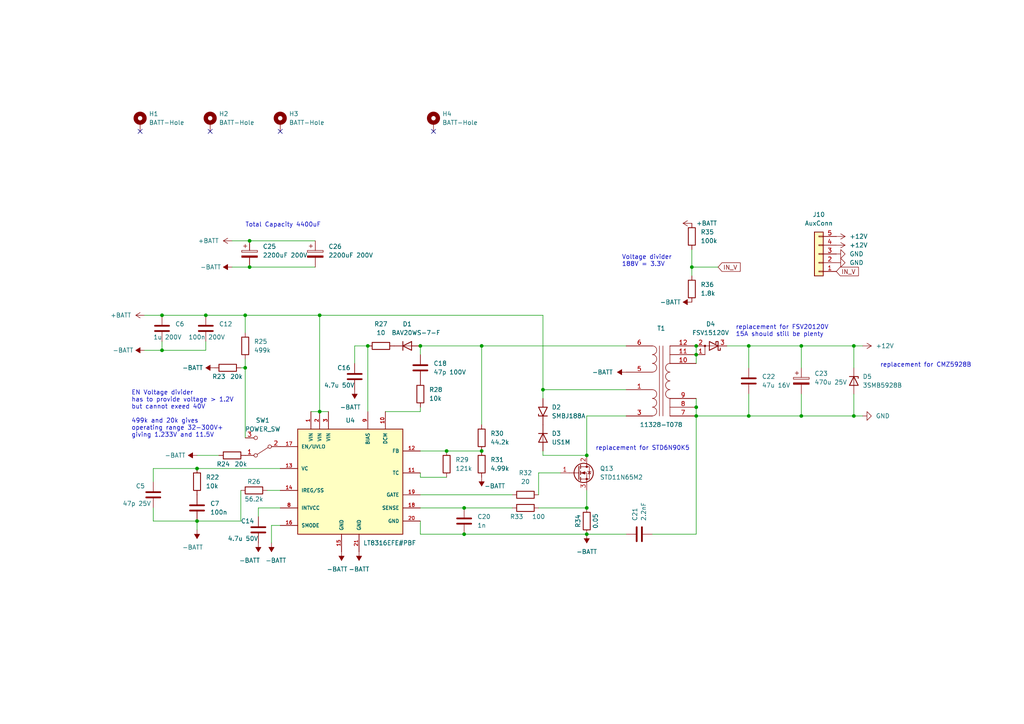
<source format=kicad_sch>
(kicad_sch (version 20230121) (generator eeschema)
  (paper "A4")
  (lib_symbols
    (symbol "Connector_Generic:Conn_01x05" (pin_names (offset 1.016) hide)
      (property "Reference" "J" (at 0 7.62 0))
      (property "Value" "Conn_01x05" (at 0 -7.62 0))
      (symbol "Conn_01x05_1_1"
        (rectangle (start -1.27 -4.953) (end 0 -5.207) (stroke (width 0.1524)))
        (rectangle (start -1.27 -2.413) (end 0 -2.667) (stroke (width 0.1524)))
        (rectangle (start -1.27 0.127) (end 0 -0.127) (stroke (width 0.1524)))
        (rectangle (start -1.27 2.667) (end 0 2.413) (stroke (width 0.1524)))
        (rectangle (start -1.27 5.207) (end 0 4.953) (stroke (width 0.1524)))
        (rectangle (start -1.27 6.35) (end 1.27 -6.35) (stroke (width 0.254)) (fill (type background)))
        (pin passive line (at -5.08 5.08 0) (length 3.81) (name "Pin_1") (number "1"))
        (pin passive line (at -5.08 2.54 0) (length 3.81) (name "Pin_2") (number "2"))
        (pin passive line (at -5.08 0 0) (length 3.81) (name "Pin_3") (number "3"))
        (pin passive line (at -5.08 -2.54 0) (length 3.81) (name "Pin_4") (number "4"))
        (pin passive line (at -5.08 -5.08 0) (length 3.81) (name "Pin_5") (number "5"))
      )
    )
    (symbol "Device:C" (pin_numbers hide) (pin_names (offset 0.254))
      (property "Reference" "C" (at 0.635 2.54 0))
      (property "Value" "C" (at 0.635 -2.54 0))
      (symbol "C_0_1"
        (polyline (pts (xy -2.032 -0.762) (xy 2.032 -0.762)) (stroke (width 0.508)))
        (polyline (pts (xy -2.032 0.762) (xy 2.032 0.762)) (stroke (width 0.508)))
      )
      (symbol "C_1_1"
        (pin passive line (at 0 3.81 270) (length 2.794) (name "~") (number "1"))
        (pin passive line (at 0 -3.81 90) (length 2.794) (name "~") (number "2"))
      )
    )
    (symbol "Device:C_Polarized" (pin_numbers hide) (pin_names (offset 0.254))
      (property "Reference" "C" (at 0.635 2.54 0))
      (property "Value" "C_Polarized" (at 0.635 -2.54 0))
      (symbol "C_Polarized_0_1"
        (rectangle (start -2.286 0.508) (end 2.286 1.016))
        (polyline (pts (xy -1.778 2.286) (xy -0.762 2.286)))
        (polyline (pts (xy -1.27 2.794) (xy -1.27 1.778)))
        (rectangle (start 2.286 -0.508) (end -2.286 -1.016) (fill (type outline)))
      )
      (symbol "C_Polarized_1_1"
        (pin passive line (at 0 3.81 270) (length 2.794) (name "~") (number "1"))
        (pin passive line (at 0 -3.81 90) (length 2.794) (name "~") (number "2"))
      )
    )
    (symbol "Device:D_Schottky_AAK" (pin_names (offset 0) hide)
      (property "Reference" "D" (at 0 2.54 0))
      (property "Value" "D_Schottky_AAK" (at 0 -2.54 0))
      (symbol "D_Schottky_AAK_0_1"
        (polyline (pts (xy 1.27 1.27) (xy 1.27 -1.27) (xy -1.27 0) (xy 1.27 1.27)) (stroke (width 0.254)))
        (polyline (pts (xy 3.81 2.54) (xy 2.54 2.54) (xy 2.54 0) (xy -1.27 0)))
        (polyline (pts (xy -1.905 0.635) (xy -1.905 1.27) (xy -1.27 1.27) (xy -1.27 -1.27) (xy -0.635 -1.27) (xy -0.635 -0.635)) (stroke (width 0.254)))
        (circle (center 2.54 0) (radius 0.254) (fill (type outline)))
      )
      (symbol "D_Schottky_AAK_1_1"
        (pin passive line (at 5.08 2.54 180) (length 2.54) (name "A") (number "1"))
        (pin passive line (at 5.08 0 180) (length 2.54) (name "A") (number "2"))
        (pin passive line (at -3.81 0 0) (length 2.54) (name "K") (number "3"))
      )
    )
    (symbol "Device:D_Zener" (pin_numbers hide) (pin_names (offset 1.016) hide)
      (property "Reference" "D" (at 0 2.54 0))
      (property "Value" "D_Zener" (at 0 -2.54 0))
      (symbol "D_Zener_0_1"
        (polyline (pts (xy 1.27 0) (xy -1.27 0)))
        (polyline (pts (xy -1.27 -1.27) (xy -1.27 1.27) (xy -0.762 1.27)) (stroke (width 0.254)))
        (polyline (pts (xy 1.27 -1.27) (xy 1.27 1.27) (xy -1.27 0) (xy 1.27 -1.27)) (stroke (width 0.254)))
      )
      (symbol "D_Zener_1_1"
        (pin passive line (at -3.81 0 0) (length 2.54) (name "K") (number "1"))
        (pin passive line (at 3.81 0 180) (length 2.54) (name "A") (number "2"))
      )
    )
    (symbol "Device:R" (pin_numbers hide) (pin_names (offset 0))
      (property "Reference" "R" (at 2.032 0 90))
      (property "Value" "R" (at 0 0 90))
      (symbol "R_0_1"
        (rectangle (start -1.016 -2.54) (end 1.016 2.54) (stroke (width 0.254)))
      )
      (symbol "R_1_1"
        (pin passive line (at 0 3.81 270) (length 1.27) (name "~") (number "1"))
        (pin passive line (at 0 -3.81 90) (length 1.27) (name "~") (number "2"))
      )
    )
    (symbol "Diode:BAV20" (pin_numbers hide) (pin_names hide)
      (property "Reference" "D" (at 0 2.54 0))
      (property "Value" "BAV20" (at 0 -2.54 0))
      (symbol "BAV20_0_1"
        (polyline (pts (xy -1.27 1.27) (xy -1.27 -1.27)) (stroke (width 0.254)))
        (polyline (pts (xy 1.27 0) (xy -1.27 0)))
        (polyline (pts (xy 1.27 1.27) (xy 1.27 -1.27) (xy -1.27 0) (xy 1.27 1.27)) (stroke (width 0.254)))
      )
      (symbol "BAV20_1_1"
        (pin passive line (at -3.81 0 0) (length 2.54) (name "K") (number "1"))
        (pin passive line (at 3.81 0 180) (length 2.54) (name "A") (number "2"))
      )
    )
    (symbol "Diode:SM6T6V8A" (pin_numbers hide) (pin_names (offset 1.016) hide)
      (property "Reference" "D" (at 0 2.54 0))
      (property "Value" "SM6T6V8A" (at 0 -2.54 0))
      (symbol "SM6T6V8A_0_1"
        (polyline (pts (xy -0.762 1.27) (xy -1.27 1.27) (xy -1.27 -1.27)) (stroke (width 0.254)))
        (polyline (pts (xy 1.27 1.27) (xy 1.27 -1.27) (xy -1.27 0) (xy 1.27 1.27)) (stroke (width 0.254)))
      )
      (symbol "SM6T6V8A_1_1"
        (pin passive line (at -3.81 0 0) (length 2.54) (name "A1") (number "1"))
        (pin passive line (at 3.81 0 180) (length 2.54) (name "A2") (number "2"))
      )
    )
    (symbol "Diode:US1M" (pin_numbers hide) (pin_names hide)
      (property "Reference" "D" (at 0 2.54 0))
      (property "Value" "US1M" (at 0 -2.54 0))
      (symbol "US1M_0_1"
        (polyline (pts (xy -1.27 1.27) (xy -1.27 -1.27)) (stroke (width 0.254)))
        (polyline (pts (xy 1.27 0) (xy -1.27 0)))
        (polyline (pts (xy 1.27 1.27) (xy 1.27 -1.27) (xy -1.27 0) (xy 1.27 1.27)) (stroke (width 0.254)))
      )
      (symbol "US1M_1_1"
        (pin passive line (at -3.81 0 0) (length 2.54) (name "K") (number "1"))
        (pin passive line (at 3.81 0 180) (length 2.54) (name "A") (number "2"))
      )
    )
    (symbol "GigaESCSymbols:LT8316EFE#PBF" (pin_names (offset 1.016))
      (property "Reference" "U" (at -15.24 16.002 0))
      (property "Value" "LT8316EFE#PBF" (at 8.89 -19.05 0))
      (symbol "LT8316EFE#PBF_0_0"
        (rectangle (start -15.24 -15.24) (end 15.24 15.24) (stroke (width 0.254)) (fill (type background)))
        (pin input line (at -11.43 20.32 270) (length 5.08) (name "VIN") (number "1"))
        (pin input line (at 10.16 20.32 270) (length 5.08) (name "DCM") (number "10"))
        (pin passive line (at 20.32 2.54 180) (length 5.08) (name "TC") (number "11"))
        (pin input line (at 20.32 8.89 180) (length 5.08) (name "FB") (number "12"))
        (pin passive line (at -20.32 3.81 0) (length 5.08) (name "VC") (number "13"))
        (pin bidirectional line (at -20.32 -2.54 0) (length 5.08) (name "IREG/SS") (number "14"))
        (pin power_in line (at -2.54 -20.32 90) (length 5.08) (name "GND") (number "15"))
        (pin input line (at -20.32 -12.7 0) (length 5.08) (name "SMODE") (number "16"))
        (pin input line (at -20.32 10.16 0) (length 5.08) (name "EN/UVLO") (number "17"))
        (pin input line (at 20.32 -7.62 180) (length 5.08) (name "SENSE") (number "18"))
        (pin output line (at 20.32 -3.81 180) (length 5.08) (name "GATE") (number "19"))
        (pin input line (at -8.89 20.32 270) (length 5.08) (name "VIN") (number "2"))
        (pin power_in line (at 20.32 -11.43 180) (length 5.08) (name "GND") (number "20"))
        (pin power_in line (at 2.54 -20.32 90) (length 5.08) (name "GND") (number "21"))
        (pin input line (at -6.35 20.32 270) (length 5.08) (name "VIN") (number "3"))
        (pin output line (at -20.32 -7.62 0) (length 5.08) (name "INTVCC") (number "8"))
        (pin input line (at 5.08 20.32 270) (length 5.08) (name "BIAS") (number "9"))
      )
    )
    (symbol "GigaESCSymbols:Transformer_11328-T078" (pin_names (offset 1.016) hide)
      (property "Reference" "T" (at 0 12.7 0))
      (property "Value" "Transformer_11328-T078" (at 0 -13.97 0))
      (symbol "Transformer_11328-T078_0_1"
        (arc (start -2.54 -10.1346) (mid -1.6599 -9.7701) (end -1.2954 -8.89))
        (arc (start -2.54 -7.5946) (mid -1.6599 -7.2301) (end -1.2954 -6.35))
        (arc (start -2.54 -5.0546) (mid -1.6599 -4.6901) (end -1.2954 -3.81))
        (arc (start -2.54 2.5654) (mid -1.6599 2.9299) (end -1.2954 3.81))
        (arc (start -2.54 5.1054) (mid -1.6599 5.4699) (end -1.2954 6.35))
        (arc (start -2.54 7.6454) (mid -1.6599 8.0099) (end -1.2954 8.89))
        (arc (start -1.2954 -8.89) (mid -1.6457 -7.9883) (end -2.54 -7.62))
        (arc (start -1.2954 -6.35) (mid -1.6457 -5.4483) (end -2.54 -5.08))
        (arc (start -1.2954 -3.81) (mid -1.6457 -2.9083) (end -2.54 -2.54))
        (arc (start -1.2954 3.81) (mid -1.6457 4.7117) (end -2.54 5.08))
        (arc (start -1.2954 6.35) (mid -1.6457 7.2517) (end -2.54 7.62))
        (arc (start -1.2954 8.89) (mid -1.6457 9.7917) (end -2.54 10.16))
        (polyline (pts (xy -0.508 -10.16) (xy -0.508 10.16)))
        (polyline (pts (xy 0.508 10.16) (xy 0.508 -10.16)))
        (polyline (pts (xy 2.54 -5.08) (xy 2.54 -10.16)))
        (polyline (pts (xy 2.54 5.08) (xy 2.54 10.16)))
        (arc (start 1.2699 -3.8099) (mid 1.6559 -4.6863) (end 2.5399 -5.0545))
        (arc (start 1.2699 -1.2699) (mid 1.6559 -2.1463) (end 2.5399 -2.5145))
        (arc (start 1.2699 1.2701) (mid 1.6559 0.3937) (end 2.5399 0.0255))
        (arc (start 1.2699 3.8101) (mid 1.6559 2.9337) (end 2.5399 2.5655))
        (arc (start 2.5399 -2.5399) (mid 1.6419 -2.9119) (end 1.2699 -3.8099))
        (arc (start 2.5399 0.0001) (mid 1.6419 -0.3719) (end 1.2699 -1.2699))
        (arc (start 2.5399 2.5401) (mid 1.6419 2.1681) (end 1.2699 1.2701))
        (arc (start 2.5399 5.0801) (mid 1.6419 4.7081) (end 1.2699 3.8101))
      )
      (symbol "Transformer_11328-T078_1_1"
        (pin passive line (at -10.16 -2.54 0) (length 7.62) (name "IN+") (number "1"))
        (pin passive line (at 10.16 5.08 180) (length 7.62) (name "PM") (number "10"))
        (pin passive line (at 10.16 7.62 180) (length 7.62) (name "PM") (number "11"))
        (pin passive line (at 10.16 10.16 180) (length 7.62) (name "PM") (number "12"))
        (pin passive line (at -10.16 -10.16 0) (length 7.62) (name "IN-") (number "3"))
        (pin passive line (at -10.16 2.54 0) (length 7.62) (name "OUT1B") (number "5"))
        (pin passive line (at -10.16 10.16 0) (length 7.62) (name "OUT2A") (number "6"))
        (pin passive line (at 10.16 -10.16 180) (length 7.62) (name "OUT2B") (number "7"))
        (pin passive line (at 10.16 -7.62 180) (length 7.62) (name "PM") (number "8"))
        (pin passive line (at 10.16 -5.08 180) (length 7.62) (name "PM") (number "9"))
      )
    )
    (symbol "Mechanical:MountingHole_Pad" (pin_numbers hide) (pin_names (offset 1.016) hide)
      (property "Reference" "H" (at 0 6.35 0))
      (property "Value" "MountingHole_Pad" (at 0 4.445 0))
      (symbol "MountingHole_Pad_0_1"
        (circle (center 0 1.27) (radius 1.27) (stroke (width 1.27)))
      )
      (symbol "MountingHole_Pad_1_1"
        (pin input line (at 0 -2.54 90) (length 2.54) (name "1") (number "1"))
      )
    )
    (symbol "Switch:SW_SPDT" (pin_names (offset 0) hide)
      (property "Reference" "SW" (at 0 4.318 0))
      (property "Value" "SW_SPDT" (at 0 -5.08 0))
      (symbol "SW_SPDT_0_0"
        (circle (center -2.032 0) (radius 0.508))
        (circle (center 2.032 -2.54) (radius 0.508))
      )
      (symbol "SW_SPDT_0_1"
        (polyline (pts (xy -1.524 0.254) (xy 1.651 2.286)))
        (circle (center 2.032 2.54) (radius 0.508))
      )
      (symbol "SW_SPDT_1_1"
        (pin passive line (at 5.08 2.54 180) (length 2.54) (name "A") (number "1"))
        (pin passive line (at -5.08 0 0) (length 2.54) (name "B") (number "2"))
        (pin passive line (at 5.08 -2.54 180) (length 2.54) (name "C") (number "3"))
      )
    )
    (symbol "Transistor_FET:STD7NK40Z" (pin_names hide)
      (property "Reference" "Q" (at 5.08 1.905 0))
      (property "Value" "STD7NK40Z" (at 5.08 0 0))
      (symbol "STD7NK40Z_0_1"
        (polyline (pts (xy 0.254 0) (xy -2.54 0)))
        (polyline (pts (xy 0.254 1.905) (xy 0.254 -1.905)) (stroke (width 0.254)))
        (polyline (pts (xy 0.762 -1.27) (xy 0.762 -2.286)) (stroke (width 0.254)))
        (polyline (pts (xy 0.762 0.508) (xy 0.762 -0.508)) (stroke (width 0.254)))
        (polyline (pts (xy 0.762 2.286) (xy 0.762 1.27)) (stroke (width 0.254)))
        (polyline (pts (xy 2.54 2.54) (xy 2.54 1.778)))
        (polyline (pts (xy 2.54 -2.54) (xy 2.54 0) (xy 0.762 0)))
        (polyline (pts (xy 0.762 -1.778) (xy 3.302 -1.778) (xy 3.302 1.778) (xy 0.762 1.778)))
        (polyline (pts (xy 1.016 0) (xy 2.032 0.381) (xy 2.032 -0.381) (xy 1.016 0)) (fill (type outline)))
        (polyline (pts (xy 2.794 0.508) (xy 2.921 0.381) (xy 3.683 0.381) (xy 3.81 0.254)))
        (polyline (pts (xy 3.302 0.381) (xy 2.921 -0.254) (xy 3.683 -0.254) (xy 3.302 0.381)))
        (circle (center 1.651 0) (radius 2.794) (stroke (width 0.254)))
        (circle (center 2.54 -1.778) (radius 0.254) (fill (type outline)))
        (circle (center 2.54 1.778) (radius 0.254) (fill (type outline)))
      )
      (symbol "STD7NK40Z_1_1"
        (pin passive line (at -5.08 0 0) (length 2.54) (name "G") (number "1"))
        (pin passive line (at 2.54 5.08 270) (length 2.54) (name "D") (number "2"))
        (pin passive line (at 2.54 -5.08 90) (length 2.54) (name "S") (number "3"))
      )
    )
    (symbol "power:+12V" (power) (pin_names (offset 0))
      (property "Value" "+12V" (at 0 3.556 0))
      (symbol "+12V_0_1"
        (polyline (pts (xy -0.762 1.27) (xy 0 2.54)))
        (polyline (pts (xy 0 0) (xy 0 2.54)))
        (polyline (pts (xy 0 2.54) (xy 0.762 1.27)))
      )
      (symbol "+12V_1_1"
        (pin power_in line (at 0 0 90) (length 0) hide (name "+12V") (number "1"))
      )
    )
    (symbol "power:+BATT" (power) (pin_names (offset 0))
      (property "Value" "+BATT" (at 0 3.556 0))
      (symbol "+BATT_0_1"
        (polyline (pts (xy -0.762 1.27) (xy 0 2.54)))
        (polyline (pts (xy 0 0) (xy 0 2.54)))
        (polyline (pts (xy 0 2.54) (xy 0.762 1.27)))
      )
      (symbol "+BATT_1_1"
        (pin power_in line (at 0 0 90) (length 0) hide (name "+BATT") (number "1"))
      )
    )
    (symbol "power:-BATT" (power) (pin_names (offset 0))
      (property "Value" "-BATT" (at 0 3.556 0))
      (symbol "-BATT_0_1"
        (polyline (pts (xy 0 0) (xy 0 2.54)))
        (polyline (pts (xy 0.762 1.27) (xy -0.762 1.27) (xy 0 2.54) (xy 0.762 1.27)) (fill (type outline)))
      )
      (symbol "-BATT_1_1"
        (pin power_in line (at 0 0 90) (length 0) hide (name "-BATT") (number "1"))
      )
    )
    (symbol "power:GND" (power) (pin_names (offset 0))
      (property "Value" "GND" (at 0 -3.81 0))
      (symbol "GND_0_1"
        (polyline (pts (xy 0 0) (xy 0 -1.27) (xy 1.27 -1.27) (xy 0 -2.54) (xy -1.27 -1.27) (xy 0 -1.27)))
      )
      (symbol "GND_1_1"
        (pin power_in line (at 0 0 270) (length 0) hide (name "GND") (number "1"))
      )
    )
  )
  (junction (at 46.99 101.6))
  (junction (at 201.93 102.87))
  (junction (at 92.71 119.38))
  (junction (at 201.93 118.11))
  (junction (at 72.39 69.85))
  (junction (at 139.7 100.33))
  (junction (at 201.93 120.65))
  (junction (at 72.39 77.47))
  (junction (at 71.12 106.68))
  (junction (at 71.12 91.44))
  (junction (at 232.41 120.65))
  (junction (at 247.65 100.33))
  (junction (at 57.15 151.13))
  (junction (at 170.18 147.32))
  (junction (at 200.66 77.47))
  (junction (at 106.68 100.33))
  (junction (at 157.48 113.03))
  (junction (at 139.7 130.81))
  (junction (at 217.17 100.33))
  (junction (at 247.65 120.65))
  (junction (at 217.17 120.65))
  (junction (at 170.18 132.08))
  (junction (at 59.69 91.44))
  (junction (at 92.71 91.44))
  (junction (at 170.18 154.94))
  (junction (at 134.62 147.32))
  (junction (at 129.54 130.81))
  (junction (at 232.41 100.33))
  (junction (at 134.62 154.94))
  (junction (at 201.93 100.33))
  (junction (at 46.99 91.44))
  (junction (at 57.15 135.89))
  (junction (at 121.92 100.33))
  (no_connect (at 125.73 38.1))
  (no_connect (at 81.28 38.1))
  (no_connect (at 60.96 38.1))
  (no_connect (at 40.64 38.1))
  (wire (pts (xy 77.47 142.24) (xy 81.28 142.24)))
  (wire (pts (xy 121.92 154.94) (xy 134.62 154.94)))
  (wire (pts (xy 71.12 91.44) (xy 92.71 91.44)))
  (wire (pts (xy 121.92 143.51) (xy 148.59 143.51)))
  (wire (pts (xy 57.15 135.89) (xy 44.45 135.89)))
  (wire (pts (xy 247.65 120.65) (xy 250.19 120.65)))
  (wire (pts (xy 247.65 100.33) (xy 250.19 100.33)))
  (wire (pts (xy 121.92 130.81) (xy 129.54 130.81)))
  (wire (pts (xy 78.74 152.4) (xy 81.28 152.4)))
  (wire (pts (xy 247.65 100.33) (xy 232.41 100.33)))
  (wire (pts (xy 181.61 120.65) (xy 170.18 120.65)))
  (wire (pts (xy 57.15 135.89) (xy 81.28 135.89)))
  (wire (pts (xy 217.17 114.3) (xy 217.17 120.65)))
  (wire (pts (xy 59.69 101.6) (xy 59.69 99.06)))
  (wire (pts (xy 201.93 115.57) (xy 201.93 118.11)))
  (wire (pts (xy 121.92 118.11) (xy 121.92 119.38)))
  (wire (pts (xy 157.48 91.44) (xy 157.48 113.03)))
  (wire (pts (xy 247.65 106.68) (xy 247.65 100.33)))
  (wire (pts (xy 69.85 142.24) (xy 69.85 151.13)))
  (wire (pts (xy 156.21 137.16) (xy 162.56 137.16)))
  (wire (pts (xy 46.99 99.06) (xy 46.99 101.6)))
  (wire (pts (xy 44.45 151.13) (xy 57.15 151.13)))
  (wire (pts (xy 232.41 114.3) (xy 232.41 120.65)))
  (wire (pts (xy 217.17 120.65) (xy 201.93 120.65)))
  (wire (pts (xy 201.93 118.11) (xy 201.93 120.65)))
  (wire (pts (xy 71.12 104.14) (xy 71.12 106.68)))
  (wire (pts (xy 157.48 113.03) (xy 157.48 115.57)))
  (wire (pts (xy 121.92 138.43) (xy 129.54 138.43)))
  (wire (pts (xy 201.93 100.33) (xy 201.93 102.87)))
  (wire (pts (xy 41.91 91.44) (xy 46.99 91.44)))
  (wire (pts (xy 200.66 77.47) (xy 200.66 80.01)))
  (wire (pts (xy 57.15 151.13) (xy 57.15 153.67)))
  (wire (pts (xy 74.93 147.32) (xy 74.93 149.86)))
  (wire (pts (xy 111.76 119.38) (xy 121.92 119.38)))
  (wire (pts (xy 106.68 119.38) (xy 106.68 100.33)))
  (wire (pts (xy 170.18 154.94) (xy 181.61 154.94)))
  (wire (pts (xy 78.74 157.48) (xy 78.74 152.4)))
  (wire (pts (xy 134.62 147.32) (xy 148.59 147.32)))
  (wire (pts (xy 139.7 100.33) (xy 121.92 100.33)))
  (wire (pts (xy 232.41 106.68) (xy 232.41 100.33)))
  (wire (pts (xy 156.21 147.32) (xy 170.18 147.32)))
  (wire (pts (xy 156.21 143.51) (xy 156.21 137.16)))
  (wire (pts (xy 106.68 100.33) (xy 102.87 100.33)))
  (wire (pts (xy 92.71 91.44) (xy 157.48 91.44)))
  (wire (pts (xy 81.28 147.32) (xy 74.93 147.32)))
  (wire (pts (xy 46.99 101.6) (xy 59.69 101.6)))
  (wire (pts (xy 217.17 106.68) (xy 217.17 100.33)))
  (wire (pts (xy 170.18 120.65) (xy 170.18 132.08)))
  (wire (pts (xy 67.31 77.47) (xy 72.39 77.47)))
  (wire (pts (xy 71.12 96.52) (xy 71.12 91.44)))
  (wire (pts (xy 72.39 77.47) (xy 91.44 77.47)))
  (wire (pts (xy 201.93 102.87) (xy 201.93 105.41)))
  (wire (pts (xy 57.15 132.08) (xy 63.5 132.08)))
  (wire (pts (xy 44.45 147.32) (xy 44.45 151.13)))
  (wire (pts (xy 92.71 119.38) (xy 95.25 119.38)))
  (wire (pts (xy 210.82 100.33) (xy 217.17 100.33)))
  (wire (pts (xy 92.71 91.44) (xy 92.71 119.38)))
  (wire (pts (xy 170.18 142.24) (xy 170.18 147.32)))
  (wire (pts (xy 129.54 130.81) (xy 139.7 130.81)))
  (wire (pts (xy 200.66 72.39) (xy 200.66 77.47)))
  (wire (pts (xy 121.92 147.32) (xy 134.62 147.32)))
  (wire (pts (xy 67.31 69.85) (xy 72.39 69.85)))
  (wire (pts (xy 139.7 100.33) (xy 181.61 100.33)))
  (wire (pts (xy 71.12 91.44) (xy 59.69 91.44)))
  (wire (pts (xy 72.39 69.85) (xy 91.44 69.85)))
  (wire (pts (xy 121.92 102.87) (xy 121.92 100.33)))
  (wire (pts (xy 121.92 151.13) (xy 121.92 154.94)))
  (wire (pts (xy 232.41 100.33) (xy 217.17 100.33)))
  (wire (pts (xy 201.93 154.94) (xy 189.23 154.94)))
  (wire (pts (xy 181.61 113.03) (xy 157.48 113.03)))
  (wire (pts (xy 69.85 106.68) (xy 71.12 106.68)))
  (wire (pts (xy 69.85 151.13) (xy 57.15 151.13)))
  (wire (pts (xy 44.45 135.89) (xy 44.45 139.7)))
  (wire (pts (xy 232.41 120.65) (xy 217.17 120.65)))
  (wire (pts (xy 247.65 120.65) (xy 232.41 120.65)))
  (wire (pts (xy 170.18 132.08) (xy 157.48 132.08)))
  (wire (pts (xy 71.12 106.68) (xy 71.12 127)))
  (wire (pts (xy 41.91 101.6) (xy 46.99 101.6)))
  (wire (pts (xy 157.48 132.08) (xy 157.48 130.81)))
  (wire (pts (xy 46.99 91.44) (xy 59.69 91.44)))
  (wire (pts (xy 121.92 137.16) (xy 121.92 138.43)))
  (wire (pts (xy 134.62 154.94) (xy 170.18 154.94)))
  (wire (pts (xy 247.65 114.3) (xy 247.65 120.65)))
  (wire (pts (xy 139.7 123.19) (xy 139.7 100.33)))
  (wire (pts (xy 102.87 100.33) (xy 102.87 105.41)))
  (wire (pts (xy 201.93 120.65) (xy 201.93 154.94)))
  (wire (pts (xy 90.17 119.38) (xy 92.71 119.38)))
  (wire (pts (xy 200.66 77.47) (xy 208.28 77.47)))
  (text "EN Voltage divider \nhas to provide voltage > 1.2V\nbut cannot exeed 40V\n\n499k and 20k gives \noperating range 32-300V+\ngiving 1.233V and 11.5V" (at 38.1 127 0) (effects (font (size 1.27 1.27)) (justify left bottom)))
  (text "replacement for CMZ5928B" (at 255.27 106.68 0) (effects (font (size 1.27 1.27)) (justify left bottom)))
  (text "replacement for STD6N90K5" (at 172.72 130.81 0) (effects (font (size 1.27 1.27)) (justify left bottom)))
  (text "Total Capacity 4400uF" (at 71.12 66.04 0) (effects (font (size 1.27 1.27)) (justify left bottom)))
  (text "replacement for FSV20120V\n15A should still be plenty" (at 213.36 97.79 0) (effects (font (size 1.27 1.27)) (justify left bottom)))
  (text "Voltage divider\n188V = 3.3V" (at 180.34 77.47 0) (effects (font (size 1.27 1.27)) (justify left bottom)))
  (global_label "IN_V" (shape input) (at 242.57 78.74 0) (property "Intersheetrefs" "${INTERSHEET_REFS}" (effects hide)))
  (global_label "IN_V" (shape input) (at 208.28 77.47 0) (property "Intersheetrefs" "${INTERSHEET_REFS}" (effects hide)))
  (symbol (lib_id "Mechanical:MountingHole_Pad") (at 40.64 35.56 0) (unit 1)
    (property "Reference" "H1" (at 43.18 33.02 0) (effects (justify left)))
    (property "Value" "BATT-Hole" (at 43.18 35.56 0) (effects (justify left)))
    (property "Footprint" "MountingHole:MountingHole_3.2mm_M3" (effects hide))
  )
  (symbol (lib_id "Device:C") (at 217.17 110.49 0) (unit 1)
    (property "Reference" "C22" (at 220.98 109.22 0) (effects (justify left)))
    (property "Value" "47u 16V" (at 220.98 111.76 0) (effects (justify left)))
    (property "Footprint" "Capacitor_SMD:C_1210_3225Metric" (effects hide))
    (instances (project "IPB072N15N3G" (path "" (reference "C22") (unit 1))) (project "PowerBoard" (path "" (reference "C15") (unit 1))))
  )
  (symbol (lib_id "Device:R") (at 200.66 83.82 0) (unit 1)
    (property "Reference" "R36" (at 203.2 82.55 0) (effects (justify left)))
    (property "Value" "1.8k" (at 203.2 85.09 0) (effects (justify left)))
    (property "Footprint" "Resistor_SMD:R_0805_2012Metric" (effects hide))
    (property "MPN" "C17398" (effects hide))
    (instances (project "IPB072N15N3G" (path "" (reference "R36") (unit 1))) (project "PowerBoard" (path "" (reference "R2") (unit 1))))
  )
  (symbol (lib_id "Mechanical:MountingHole_Pad") (at 60.96 35.56 0) (unit 1)
    (property "Reference" "H2" (at 63.5 33.02 0) (effects (justify left)))
    (property "Value" "BATT-Hole" (at 63.5 35.56 0) (effects (justify left)))
    (property "Footprint" "MountingHole:MountingHole_3.2mm_M3" (effects hide))
  )
  (symbol (lib_id "Device:C_Polarized") (at 91.44 73.66 0) (unit 1)
    (property "Reference" "C26" (at 95.25 71.501 0) (effects (justify left)))
    (property "Value" "2200uF 200V" (at 95.25 74.041 0) (effects (justify left)))
    (property "Footprint" "Capacitor_THT:CP_Radial_D30.0mm_P10.00mm_SnapIn" (effects hide))
    (instances (project "IPB072N15N3G" (path "" (reference "C26") (unit 1)) (path "" (reference "C15") (unit 1))) (project "PowerBoard" (path "" (reference "C2") (unit 1))))
  )
  (symbol (lib_id "power:-BATT") (at 78.74 157.48 180) (unit 1)
    (property "Reference" "#PWR016" (effects hide))
    (property "Value" "-BATT" (at 80.01 162.56 0))
    (instances (project "IPB072N15N3G" (path "" (reference "#PWR016") (unit 1)) (path "" (reference "#PWR031") (unit 1))) (project "PowerBoard" (path "" (reference "#PWR05") (unit 1))))
  )
  (symbol (lib_id "Device:C") (at 59.69 95.25 0) (unit 1)
    (property "Reference" "C12" (at 63.5 93.98 0) (effects (justify left)))
    (property "Value" "100n 200V" (at 54.61 97.79 0) (effects (justify left)))
    (property "Footprint" "Capacitor_SMD:C_0805_2012Metric" (effects hide))
    (property "MPN" "C784084" (effects hide))
    (instances (project "IPB072N15N3G" (path "" (reference "C12") (unit 1))) (project "PowerBoard" (path "" (reference "C8") (unit 1))))
  )
  (symbol (lib_id "power:GND") (at 242.57 73.66 90) (unit 1)
    (property "Reference" "#PWR011" (effects hide))
    (property "Value" "GND" (at 246.38 73.66 90) (effects (justify right)))
    (instances (project "GigaESC" (path "" (reference "#PWR011") (unit 1)) (path "" (reference "#PWR062") (unit 1))) (project "IPB072N15N3G" (path "" (reference "#PWR063") (unit 1))) (project "PowerBoard" (path "" (reference "#PWR010") (unit 1))))
  )
  (symbol (lib_id "Device:C") (at 102.87 109.22 0) (unit 1)
    (property "Reference" "C16" (at 97.79 106.68 0) (effects (justify left)))
    (property "Value" "4.7u 50V" (at 93.98 111.76 0) (effects (justify left)))
    (property "Footprint" "Capacitor_SMD:C_1206_3216Metric" (effects hide))
    (property "MPN" "C29823" (effects hide))
    (instances (project "IPB072N15N3G" (path "" (reference "C16") (unit 1))) (project "PowerBoard" (path "" (reference "C11") (unit 1))))
  )
  (symbol (lib_id "Diode:SM6T6V8A") (at 157.48 119.38 90) (unit 1)
    (property "Reference" "D2" (at 160.02 118.11 90) (effects (justify right)))
    (property "Value" "SMBJ188A" (at 160.02 120.65 90) (effects (justify right)))
    (property "Footprint" "Diode_SMD:D_SMB" (effects hide))
    (property "Datasheet" "https://www.st.com/resource/en/datasheet/sm6t.pdf" (effects hide))
    (property "MPN" "C908808" (effects hide))
    (instances (project "IPB072N15N3G" (path "" (reference "D2") (unit 1))) (project "PowerBoard" (path "" (reference "D3") (unit 1))))
  )
  (symbol (lib_id "Device:R") (at 170.18 151.13 180) (unit 1)
    (property "Reference" "R34" (at 167.64 151.13 90))
    (property "Value" "0.05" (at 172.72 151.13 90))
    (property "Footprint" "Resistor_SMD:R_2512_6332Metric" (effects hide))
    (property "MPN" "C2874774" (effects hide))
    (instances (project "IPB072N15N3G" (path "" (reference "R34") (unit 1))) (project "PowerBoard" (path "" (reference "R15") (unit 1))))
  )
  (symbol (lib_id "Device:R") (at 57.15 139.7 0) (unit 1)
    (property "Reference" "R22" (at 59.69 138.43 0) (effects (justify left)))
    (property "Value" "10k" (at 59.69 140.97 0) (effects (justify left)))
    (property "Footprint" "Resistor_SMD:R_0805_2012Metric" (effects hide))
    (property "MPN" "C17414" (effects hide))
    (instances (project "IPB072N15N3G" (path "" (reference "R22") (unit 1))) (project "PowerBoard" (path "" (reference "R6") (unit 1))))
  )
  (symbol (lib_id "Device:C") (at 134.62 151.13 0) (unit 1)
    (property "Reference" "C20" (at 138.43 149.86 0) (effects (justify left)))
    (property "Value" "1n" (at 138.43 152.4 0) (effects (justify left)))
    (property "Footprint" "Capacitor_SMD:C_0603_1608Metric" (effects hide))
    (property "MPN" "C1588" (effects hide))
    (instances (project "IPB072N15N3G" (path "" (reference "C20") (unit 1))) (project "PowerBoard" (path "" (reference "C13") (unit 1))))
  )
  (symbol (lib_id "Mechanical:MountingHole_Pad") (at 81.28 35.56 0) (unit 1)
    (property "Reference" "H3" (at 83.82 33.02 0) (effects (justify left)))
    (property "Value" "BATT-Hole" (at 83.82 35.56 0) (effects (justify left)))
    (property "Footprint" "MountingHole:MountingHole_3.2mm_M3" (effects hide))
    (instances (project "IPB072N15N3G" (path "" (reference "H3") (unit 1))) (project "PowerBoard" (path "" (reference "H4") (unit 1))))
  )
  (symbol (lib_id "power:-BATT") (at 57.15 132.08 90) (unit 1)
    (property "Reference" "#PWR016" (effects hide))
    (property "Value" "-BATT" (at 50.8 132.08 90))
    (instances (project "IPB072N15N3G" (path "" (reference "#PWR016") (unit 1)) (path "" (reference "#PWR015") (unit 1))) (project "PowerBoard" (path "" (reference "#PWR06") (unit 1))))
  )
  (symbol (lib_id "Device:C") (at 185.42 154.94 90) (unit 1)
    (property "Reference" "C21" (at 184.15 151.13 0) (effects (justify left)))
    (property "Value" "2.2nF" (at 186.69 151.13 0) (effects (justify left)))
    (property "Footprint" "Capacitor_SMD:C_0805_2012Metric" (effects hide))
    (property "MPN" "C28260" (effects hide))
    (instances (project "IPB072N15N3G" (path "" (reference "C21") (unit 1))) (project "PowerBoard" (path "" (reference "C14") (unit 1))))
  )
  (symbol (lib_id "Device:C_Polarized") (at 72.39 73.66 0) (unit 1)
    (property "Reference" "C25" (at 76.2 71.501 0) (effects (justify left)))
    (property "Value" "2200uF 200V" (at 76.2 74.041 0) (effects (justify left)))
    (property "Footprint" "Capacitor_THT:CP_Radial_D30.0mm_P10.00mm_SnapIn" (effects hide))
    (property "MPN" "C238253" (effects hide))
    (instances (project "IPB072N15N3G" (path "" (reference "C25") (unit 1)) (path "" (reference "C13") (unit 1))) (project "PowerBoard" (path "" (reference "C1") (unit 1))))
  )
  (symbol (lib_id "Device:C_Polarized") (at 232.41 110.49 0) (unit 1)
    (property "Reference" "C23" (at 236.22 108.331 0) (effects (justify left)))
    (property "Value" "470u 25V" (at 236.22 110.871 0) (effects (justify left)))
    (property "Footprint" "Capacitor_SMD:CP_Elec_10x10.5" (effects hide))
    (property "MPN" "C5162351" (effects hide))
    (instances (project "IPB072N15N3G" (path "" (reference "C23") (unit 1))) (project "PowerBoard" (path "" (reference "C16") (unit 1))))
  )
  (symbol (lib_id "Device:C") (at 57.15 147.32 0) (unit 1)
    (property "Reference" "C7" (at 60.96 146.05 0) (effects (justify left)))
    (property "Value" "100n" (at 60.96 148.59 0) (effects (justify left)))
    (property "Footprint" "Capacitor_SMD:C_0805_2012Metric" (effects hide))
    (property "MPN" "C28233" (effects hide))
    (instances (project "IPB072N15N3G" (path "" (reference "C7") (unit 1))) (project "PowerBoard" (path "" (reference "C9") (unit 1))))
  )
  (symbol (lib_id "power:+BATT") (at 67.31 69.85 90) (unit 1)
    (property "Reference" "#PWR013" (effects hide))
    (property "Value" "+BATT" (at 63.5 69.85 90) (effects (justify left)))
    (instances (project "IPB072N15N3G" (path "" (reference "#PWR013") (unit 1)) (path "" (reference "#PWR022") (unit 1))) (project "PowerBoard" (path "" (reference "#PWR01") (unit 1))))
  )
  (symbol (lib_id "Device:R") (at 71.12 100.33 0) (unit 1)
    (property "Reference" "R25" (at 73.66 99.06 0) (effects (justify left)))
    (property "Value" "499k" (at 73.66 101.6 0) (effects (justify left)))
    (property "Footprint" "Resistor_SMD:R_1206_3216Metric" (effects hide))
    (property "MPN" "C102210" (effects hide))
    (instances (project "IPB072N15N3G" (path "" (reference "R25") (unit 1))) (project "PowerBoard" (path "" (reference "R3") (unit 1))))
  )
  (symbol (lib_id "power:+12V") (at 250.19 100.33 270) (unit 1)
    (property "Reference" "#PWR065" (effects hide))
    (property "Value" "+12V" (at 254 100.33 90) (effects (justify left)))
    (instances (project "IPB072N15N3G" (path "" (reference "#PWR065") (unit 1))) (project "PowerBoard" (path "" (reference "#PWR026") (unit 1))))
  )
  (symbol (lib_id "Device:R") (at 67.31 132.08 90) (unit 1)
    (property "Reference" "R24" (at 64.77 134.62 90))
    (property "Value" "20k" (at 69.85 134.62 90))
    (property "Footprint" "Resistor_SMD:R_0805_2012Metric" (effects hide))
    (property "MPN" "C4328" (effects hide))
    (instances (project "IPB072N15N3G" (path "" (reference "R24") (unit 1))) (project "PowerBoard" (path "" (reference "R4") (unit 1))))
  )
  (symbol (lib_id "power:+BATT") (at 200.66 64.77 90) (unit 1)
    (property "Reference" "#PWR014" (effects hide))
    (property "Value" "+BATT" (at 201.93 64.77 90) (effects (justify right)))
    (instances (project "IPB072N15N3G" (path "" (reference "#PWR014") (unit 1)) (path "" (reference "#PWR053") (unit 1))) (project "PowerBoard" (path "" (reference "#PWR04") (unit 1))))
  )
  (symbol (lib_id "power:+BATT") (at 41.91 91.44 90) (unit 1)
    (property "Reference" "#PWR013" (effects hide))
    (property "Value" "+BATT" (at 38.1 91.44 90) (effects (justify left)))
    (instances (project "IPB072N15N3G" (path "" (reference "#PWR013") (unit 1)) (path "" (reference "#PWR09") (unit 1))) (project "PowerBoard" (path "" (reference "#PWR014") (unit 1))))
  )
  (symbol (lib_id "Device:R") (at 152.4 143.51 90) (unit 1)
    (property "Reference" "R32" (at 152.4 137.16 90))
    (property "Value" "20" (at 152.4 139.7 90))
    (property "Footprint" "Resistor_SMD:R_0805_2012Metric" (effects hide))
    (property "MPN" "C17544" (effects hide))
    (instances (project "IPB072N15N3G" (path "" (reference "R32") (unit 1))) (project "PowerBoard" (path "" (reference "R13") (unit 1))))
  )
  (symbol (lib_id "Device:D_Schottky_AAK") (at 207.01 100.33 180) (unit 1)
    (property "Reference" "D4" (at 206.121 93.98 0))
    (property "Value" "FSV15120V" (at 206.121 96.52 0))
    (property "Footprint" "Package_TO_SOT_SMD:TO-277A" (effects hide))
    (property "MPN" "C463273" (effects hide))
  )
  (symbol (lib_id "Mechanical:MountingHole_Pad") (at 125.73 35.56 0) (unit 1)
    (property "Reference" "H4" (at 128.27 33.02 0) (effects (justify left)))
    (property "Value" "BATT-Hole" (at 128.27 35.56 0) (effects (justify left)))
    (property "Footprint" "MountingHole:MountingHole_3.2mm_M3" (effects hide))
    (instances (project "IPB072N15N3G" (path "" (reference "H4") (unit 1))) (project "PowerBoard" (path "" (reference "H3") (unit 1))))
  )
  (symbol (lib_id "Device:R") (at 110.49 100.33 90) (unit 1)
    (property "Reference" "R27" (at 110.49 93.98 90))
    (property "Value" "10" (at 110.49 96.52 90))
    (property "Footprint" "Resistor_SMD:R_0603_1608Metric" (effects hide))
    (property "MPN" "C22859" (effects hide))
    (instances (project "IPB072N15N3G" (path "" (reference "R27") (unit 1))) (project "PowerBoard" (path "" (reference "R8") (unit 1))))
  )
  (symbol (lib_id "Device:C") (at 74.93 153.67 0) (unit 1)
    (property "Reference" "C14" (at 69.85 151.13 0) (effects (justify left)))
    (property "Value" "4.7u 50V" (at 66.04 156.21 0) (effects (justify left)))
    (property "Footprint" "Capacitor_SMD:C_1206_3216Metric" (effects hide))
    (property "MPN" "C29823" (effects hide))
    (instances (project "IPB072N15N3G" (path "" (reference "C14") (unit 1))) (project "PowerBoard" (path "" (reference "C17") (unit 1))))
  )
  (symbol (lib_id "Device:R") (at 73.66 142.24 90) (unit 1)
    (property "Reference" "R26" (at 73.66 139.7 90))
    (property "Value" "56.2k" (at 73.66 144.78 90))
    (property "Footprint" "Resistor_SMD:R_0603_1608Metric" (effects hide))
    (property "MPN" "C2930117" (effects hide))
    (instances (project "IPB072N15N3G" (path "" (reference "R26") (unit 1))) (project "PowerBoard" (path "" (reference "R7") (unit 1))))
  )
  (symbol (lib_id "Device:R") (at 121.92 114.3 0) (unit 1)
    (property "Reference" "R28" (at 124.46 113.03 0) (effects (justify left)))
    (property "Value" "10k" (at 124.46 115.57 0) (effects (justify left)))
    (property "Footprint" "Resistor_SMD:R_0603_1608Metric" (effects hide))
    (property "MPN" "C25804" (effects hide))
    (instances (project "IPB072N15N3G" (path "" (reference "R28") (unit 1))) (project "PowerBoard" (path "" (reference "R9") (unit 1))))
  )
  (symbol (lib_id "power:-BATT") (at 57.15 153.67 180) (unit 1)
    (property "Reference" "#PWR016" (effects hide))
    (property "Value" "-BATT" (at 55.88 158.75 0))
    (instances (project "IPB072N15N3G" (path "" (reference "#PWR016") (unit 1)) (path "" (reference "#PWR020") (unit 1))) (project "PowerBoard" (path "" (reference "#PWR018") (unit 1))))
  )
  (symbol (lib_id "Transistor_FET:STD7NK40Z") (at 167.64 137.16 0) (unit 1)
    (property "Reference" "Q13" (at 173.99 135.89 0) (effects (justify left)))
    (property "Value" "STD11N65M2" (at 173.99 138.43 0) (effects (justify left)))
    (property "Footprint" "Package_TO_SOT_SMD:TO-252-3_TabPin2" (effects hide))
    (property "Datasheet" "https://www.st.com/resource/en/datasheet/std7nk40zt4.pdf" (effects hide))
    (property "MPN" "C500947" (effects hide))
    (property "JLCRotOffset" "-180" (effects hide))
    (property "JLCPosOffset" "1.27,0" (effects hide))
    (instances (project "IPB072N15N3G" (path "" (reference "Q13") (unit 1))) (project "PowerBoard" (path "" (reference "Q1") (unit 1))))
  )
  (symbol (lib_id "power:-BATT") (at 62.23 106.68 90) (unit 1)
    (property "Reference" "#PWR016" (effects hide))
    (property "Value" "-BATT" (at 55.88 106.68 90))
    (instances (project "IPB072N15N3G" (path "" (reference "#PWR016") (unit 1)) (path "" (reference "#PWR021") (unit 1))) (project "PowerBoard" (path "" (reference "#PWR023") (unit 1))))
  )
  (symbol (lib_id "Connector_Generic:Conn_01x05") (at 237.49 73.66 180) (unit 1)
    (property "Reference" "J10" (at 237.49 62.23 0))
    (property "Value" "AuxConn" (at 237.49 64.77 0))
    (property "Footprint" "Connector_JST:JST_XH_B5B-XH-A_1x05_P2.50mm_Vertical" (effects hide))
    (property "MPN" "C157991" (effects hide))
    (instances (project "IPB072N15N3G" (path "" (reference "J10") (unit 1))) (project "PowerBoard" (path "" (reference "J1") (unit 1))))
  )
  (symbol (lib_id "Device:C") (at 46.99 95.25 0) (unit 1)
    (property "Reference" "C6" (at 50.8 93.98 0) (effects (justify left)))
    (property "Value" "1u 200V" (at 44.45 97.79 0) (effects (justify left)))
    (property "Footprint" "Capacitor_SMD:C_2220_5650Metric" (effects hide))
    (property "MPN" "C78775" (effects hide))
    (instances (project "IPB072N15N3G" (path "" (reference "C6") (unit 1))) (project "PowerBoard" (path "" (reference "C7") (unit 1))))
  )
  (symbol (lib_id "power:-BATT") (at 67.31 77.47 90) (unit 1)
    (property "Reference" "#PWR016" (effects hide))
    (property "Value" "-BATT" (at 64.135 77.47 90) (effects (justify left)))
    (instances (project "IPB072N15N3G" (path "" (reference "#PWR016") (unit 1)) (path "" (reference "#PWR026") (unit 1))) (project "PowerBoard" (path "" (reference "#PWR02") (unit 1))))
  )
  (symbol (lib_id "Diode:BAV20") (at 118.11 100.33 0) (unit 1)
    (property "Reference" "D1" (at 118.11 93.98 0))
    (property "Value" "BAV20WS-7-F" (at 120.65 96.52 0))
    (property "Footprint" "Diode_SMD:D_SOD-323" (effects hide))
    (property "Datasheet" "http://www.vishay.com/docs/85543/bav17.pdf" (effects hide))
    (property "Sim.Device" "D" (effects hide))
    (property "Sim.Pins" "1=K 2=A" (effects hide))
    (property "MPN" "C151448" (effects hide))
  )
  (symbol (lib_id "Diode:US1M") (at 157.48 127 270) (unit 1)
    (property "Reference" "D3" (at 160.02 125.73 90) (effects (justify left)))
    (property "Value" "US1M" (at 160.02 128.27 90) (effects (justify left)))
    (property "Footprint" "Diode_SMD:D_SMA" (effects hide))
    (property "Datasheet" "https://www.diodes.com/assets/Datasheets/ds16008.pdf" (effects hide))
    (property "Sim.Device" "D" (effects hide))
    (property "Sim.Pins" "1=K 2=A" (effects hide))
    (property "MPN" "C412437" (effects hide))
    (instances (project "IPB072N15N3G" (path "" (reference "D3") (unit 1))) (project "PowerBoard" (path "" (reference "D2") (unit 1))))
  )
  (symbol (lib_id "power:-BATT") (at 104.14 160.02 180) (unit 1)
    (property "Reference" "#PWR016" (effects hide))
    (property "Value" "-BATT" (at 104.14 165.1 0))
    (instances (project "IPB072N15N3G" (path "" (reference "#PWR016") (unit 1)) (path "" (reference "#PWR037") (unit 1))) (project "PowerBoard" (path "" (reference "#PWR017") (unit 1))))
  )
  (symbol (lib_id "GigaESCSymbols:Transformer_11328-T078") (at 191.77 110.49 0) (unit 1)
    (property "Reference" "T1" (at 191.77 95.25 0))
    (property "Value" "11328-T078" (at 191.77 123.19 0))
    (property "Footprint" "GigaVescLibs:PQ2620" (effects hide))
  )
  (symbol (lib_id "power:-BATT") (at 99.06 160.02 180) (unit 1)
    (property "Reference" "#PWR016" (effects hide))
    (property "Value" "-BATT" (at 97.79 165.1 0))
    (instances (project "IPB072N15N3G" (path "" (reference "#PWR016") (unit 1)) (path "" (reference "#PWR032") (unit 1))) (project "PowerBoard" (path "" (reference "#PWR016") (unit 1))))
  )
  (symbol (lib_id "Device:R") (at 152.4 147.32 90) (unit 1)
    (property "Reference" "R33" (at 149.86 149.86 90))
    (property "Value" "100" (at 156.21 149.86 90))
    (property "Footprint" "Resistor_SMD:R_0805_2012Metric" (effects hide))
    (property "MPN" "C17408" (effects hide))
    (instances (project "IPB072N15N3G" (path "" (reference "R33") (unit 1))) (project "PowerBoard" (path "" (reference "R14") (unit 1))))
  )
  (symbol (lib_id "power:-BATT") (at 170.18 154.94 180) (unit 1)
    (property "Reference" "#PWR016" (effects hide))
    (property "Value" "-BATT" (at 170.18 160.02 0))
    (instances (project "IPB072N15N3G" (path "" (reference "#PWR016") (unit 1)) (path "" (reference "#PWR046") (unit 1))) (project "PowerBoard" (path "" (reference "#PWR022") (unit 1))))
  )
  (symbol (lib_id "power:-BATT") (at 139.7 138.43 180) (unit 1)
    (property "Reference" "#PWR016" (effects hide))
    (property "Value" "-BATT" (at 143.51 140.97 0))
    (instances (project "IPB072N15N3G" (path "" (reference "#PWR016") (unit 1)) (path "" (reference "#PWR041") (unit 1))) (project "PowerBoard" (path "" (reference "#PWR020") (unit 1))))
  )
  (symbol (lib_id "Device:C") (at 121.92 106.68 0) (unit 1)
    (property "Reference" "C18" (at 125.73 105.41 0) (effects (justify left)))
    (property "Value" "47p 100V" (at 125.73 107.95 0) (effects (justify left)))
    (property "Footprint" "Capacitor_SMD:C_0603_1608Metric" (effects hide))
    (property "MPN" "C527044" (effects hide))
    (instances (project "IPB072N15N3G" (path "" (reference "C18") (unit 1))) (project "PowerBoard" (path "" (reference "C12") (unit 1))))
  )
  (symbol (lib_id "power:+12V") (at 242.57 71.12 270) (unit 1)
    (property "Reference" "#PWR062" (effects hide))
    (property "Value" "+12V" (at 246.38 71.12 90) (effects (justify left)))
    (instances (project "IPB072N15N3G" (path "" (reference "#PWR062") (unit 1))) (project "PowerBoard" (path "" (reference "#PWR08") (unit 1))))
  )
  (symbol (lib_id "power:+12V") (at 242.57 68.58 270) (unit 1)
    (property "Reference" "#PWR061" (effects hide))
    (property "Value" "+12V" (at 246.38 68.58 90) (effects (justify left)))
    (instances (project "IPB072N15N3G" (path "" (reference "#PWR061") (unit 1))) (project "PowerBoard" (path "" (reference "#PWR024") (unit 1))))
  )
  (symbol (lib_id "GigaESCSymbols:LT8316EFE#PBF") (at 101.6 139.7 0) (unit 1)
    (property "Reference" "U4" (at 101.6 121.92 0))
    (property "Value" "LT8316EFE#PBF" (at 113.03 157.48 0))
    (property "Footprint" "GigaVescLibs:IC_LT8316EFE#PBF" (effects hide))
    (property "PARTREV" "A" (effects hide))
    (property "STANDARD" "Manufacturer Recommendations" (effects hide))
    (property "MAXIMUM_PACKAGE_HEIGHT" "1.2 mm" (effects hide))
    (property "MANUFACTURER" "Analog Devices" (effects hide))
    (property "MPN" "C673736" (effects hide))
    (instances (project "IPB072N15N3G" (path "" (reference "U4") (unit 1))) (project "PowerBoard" (path "" (reference "U2") (unit 1))))
  )
  (symbol (lib_id "power:-BATT") (at 41.91 101.6 90) (unit 1)
    (property "Reference" "#PWR016" (effects hide))
    (property "Value" "-BATT" (at 38.735 101.6 90) (effects (justify left)))
    (instances (project "IPB072N15N3G" (path "" (reference "#PWR016") (unit 1)) (path "" (reference "#PWR014") (unit 1))) (project "PowerBoard" (path "" (reference "#PWR015") (unit 1))))
  )
  (symbol (lib_id "power:-BATT") (at 200.66 87.63 90) (unit 1)
    (property "Reference" "#PWR015" (effects hide))
    (property "Value" "-BATT" (at 197.485 87.63 90) (effects (justify left)))
    (instances (project "IPB072N15N3G" (path "" (reference "#PWR015") (unit 1)) (path "" (reference "#PWR058") (unit 1))) (project "PowerBoard" (path "" (reference "#PWR07") (unit 1))))
  )
  (symbol (lib_id "Device:R") (at 139.7 127 0) (unit 1)
    (property "Reference" "R30" (at 142.24 125.73 0) (effects (justify left)))
    (property "Value" "44.2k" (at 142.24 128.27 0) (effects (justify left)))
    (property "Footprint" "Resistor_SMD:R_0805_2012Metric" (effects hide))
    (property "MPN" "C2960780" (effects hide))
    (instances (project "IPB072N15N3G" (path "" (reference "R30") (unit 1))) (project "PowerBoard" (path "" (reference "R12") (unit 1))))
  )
  (symbol (lib_id "power:GND") (at 250.19 120.65 90) (unit 1)
    (property "Reference" "#PWR011" (effects hide))
    (property "Value" "GND" (at 254 120.65 90) (effects (justify right)))
    (instances (project "GigaESC" (path "" (reference "#PWR011") (unit 1)) (path "" (reference "#PWR062") (unit 1))) (project "IPB072N15N3G" (path "" (reference "#PWR066") (unit 1))) (project "PowerBoard" (path "" (reference "#PWR025") (unit 1))))
  )
  (symbol (lib_id "Device:R") (at 66.04 106.68 90) (unit 1)
    (property "Reference" "R23" (at 63.5 109.22 90))
    (property "Value" "20k" (at 68.58 109.22 90))
    (property "Footprint" "Resistor_SMD:R_0805_2012Metric" (effects hide))
    (property "MPN" "C4328" (effects hide))
    (instances (project "IPB072N15N3G" (path "" (reference "R23") (unit 1))) (project "PowerBoard" (path "" (reference "R16") (unit 1))))
  )
  (symbol (lib_id "Device:R") (at 129.54 134.62 0) (unit 1)
    (property "Reference" "R29" (at 132.08 133.35 0) (effects (justify left)))
    (property "Value" "121k" (at 132.08 135.89 0) (effects (justify left)))
    (property "Footprint" "Resistor_SMD:R_0805_2012Metric" (effects hide))
    (property "MPN" "C2933296" (effects hide))
    (instances (project "IPB072N15N3G" (path "" (reference "R29") (unit 1))) (project "PowerBoard" (path "" (reference "R10") (unit 1))))
  )
  (symbol (lib_id "power:-BATT") (at 181.61 107.95 90) (unit 1)
    (property "Reference" "#PWR016" (effects hide))
    (property "Value" "-BATT" (at 177.8 107.95 90) (effects (justify left)))
    (instances (project "IPB072N15N3G" (path "" (reference "#PWR016") (unit 1)) (path "" (reference "#PWR049") (unit 1))) (project "PowerBoard" (path "" (reference "#PWR021") (unit 1))))
  )
  (symbol (lib_id "Device:R") (at 200.66 68.58 0) (unit 1)
    (property "Reference" "R35" (at 203.2 67.31 0) (effects (justify left)))
    (property "Value" "100k" (at 203.2 69.85 0) (effects (justify left)))
    (property "Footprint" "Resistor_SMD:R_0805_2012Metric" (effects hide))
    (property "MPN" "C149504" (effects hide))
    (instances (project "IPB072N15N3G" (path "" (reference "R35") (unit 1))) (project "PowerBoard" (path "" (reference "R1") (unit 1))))
  )
  (symbol (lib_id "Device:D_Zener") (at 247.65 110.49 270) (unit 1)
    (property "Reference" "D5" (at 250.19 109.22 90) (effects (justify left)))
    (property "Value" "3SMB5928B" (at 250.19 111.76 90) (effects (justify left)))
    (property "Footprint" "Diode_SMD:D_SMB" (effects hide))
    (property "MPN" "C2983224" (effects hide))
  )
  (symbol (lib_id "Device:C") (at 44.45 143.51 0) (unit 1)
    (property "Reference" "C5" (at 39.37 140.97 0) (effects (justify left)))
    (property "Value" "47p 25V" (at 35.56 146.05 0) (effects (justify left)))
    (property "Footprint" "Capacitor_SMD:C_0805_2012Metric" (effects hide))
    (property "MPN" "C14857" (effects hide))
    (instances (project "IPB072N15N3G" (path "" (reference "C5") (unit 1))) (project "PowerBoard" (path "" (reference "C10") (unit 1))))
  )
  (symbol (lib_id "power:-BATT") (at 102.87 113.03 180) (unit 1)
    (property "Reference" "#PWR016" (effects hide))
    (property "Value" "-BATT" (at 101.6 118.11 0))
    (instances (project "IPB072N15N3G" (path "" (reference "#PWR016") (unit 1)) (path "" (reference "#PWR034") (unit 1))) (project "PowerBoard" (path "" (reference "#PWR019") (unit 1))))
  )
  (symbol (lib_id "power:GND") (at 242.57 76.2 90) (unit 1)
    (property "Reference" "#PWR011" (effects hide))
    (property "Value" "GND" (at 246.38 76.2 90) (effects (justify right)))
    (instances (project "GigaESC" (path "" (reference "#PWR011") (unit 1)) (path "" (reference "#PWR060") (unit 1))) (project "IPB072N15N3G" (path "" (reference "#PWR064") (unit 1))) (project "PowerBoard" (path "" (reference "#PWR011") (unit 1))))
  )
  (symbol (lib_id "Switch:SW_SPDT") (at 76.2 129.54 180) (unit 1)
    (property "Reference" "SW1" (at 76.2 121.92 0))
    (property "Value" "POWER_SW" (at 76.2 124.46 0))
    (property "Footprint" "Connector_JST:JST_XH_B3B-XH-A_1x03_P2.50mm_Vertical" (effects hide))
  )
  (symbol (lib_id "power:-BATT") (at 74.93 157.48 180) (unit 1)
    (property "Reference" "#PWR016" (effects hide))
    (property "Value" "-BATT" (at 72.39 162.56 0))
    (instances (project "IPB072N15N3G" (path "" (reference "#PWR016") (unit 1)) (path "" (reference "#PWR030") (unit 1))) (project "PowerBoard" (path "" (reference "#PWR09") (unit 1))))
  )
  (symbol (lib_id "Device:R") (at 139.7 134.62 0) (unit 1)
    (property "Reference" "R31" (at 142.24 133.35 0) (effects (justify left)))
    (property "Value" "4.99k" (at 142.24 135.89 0) (effects (justify left)))
    (property "Footprint" "Resistor_SMD:R_0805_2012Metric" (effects hide))
    (property "MPN" "C17677" (effects hide))
    (instances (project "IPB072N15N3G" (path "" (reference "R31") (unit 1))) (project "PowerBoard" (path "" (reference "R11") (unit 1))))
  )
)
</source>
